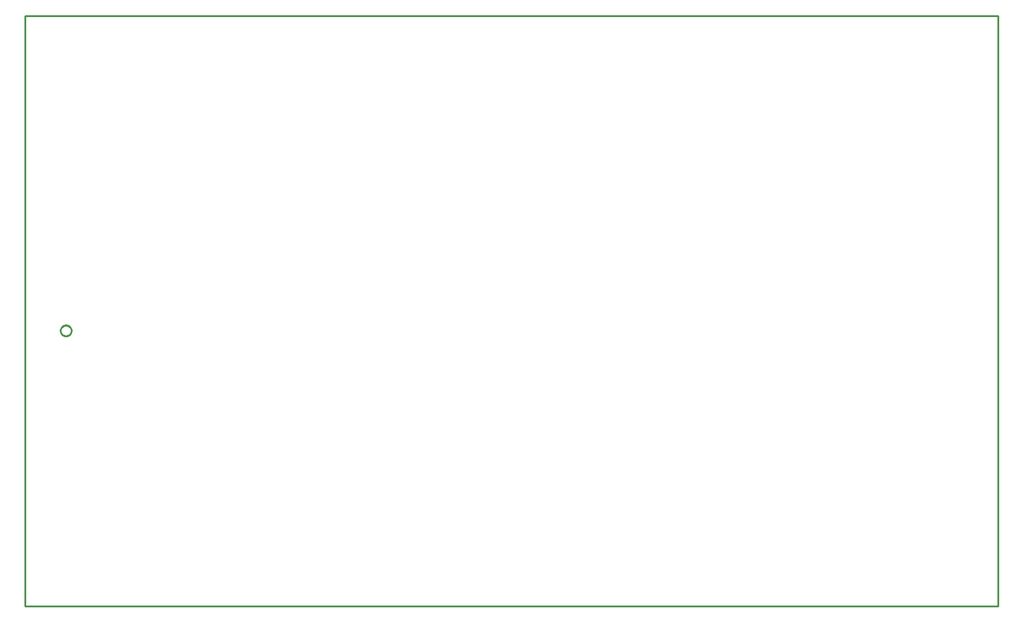
<source format=gbr>
G04 EAGLE Gerber RS-274X export*
G75*
%MOIN*%
%FSLAX34Y34*%
%LPD*%
%IN*%
%IPPOS*%
%AMOC8*
5,1,8,0,0,1.08239X$1,22.5*%
G01*
%ADD10C,0.000000*%
%ADD11C,0.010000*%


D10*
X0Y0D02*
X53150Y0D01*
X53150Y32283D01*
X0Y32283D01*
X0Y0D01*
X1922Y15069D02*
X1924Y15103D01*
X1930Y15137D01*
X1940Y15170D01*
X1953Y15201D01*
X1971Y15231D01*
X1991Y15259D01*
X2015Y15284D01*
X2041Y15306D01*
X2069Y15324D01*
X2100Y15340D01*
X2132Y15352D01*
X2166Y15360D01*
X2200Y15364D01*
X2234Y15364D01*
X2268Y15360D01*
X2302Y15352D01*
X2334Y15340D01*
X2364Y15324D01*
X2393Y15306D01*
X2419Y15284D01*
X2443Y15259D01*
X2463Y15231D01*
X2481Y15201D01*
X2494Y15170D01*
X2504Y15137D01*
X2510Y15103D01*
X2512Y15069D01*
X2510Y15035D01*
X2504Y15001D01*
X2494Y14968D01*
X2481Y14937D01*
X2463Y14907D01*
X2443Y14879D01*
X2419Y14854D01*
X2393Y14832D01*
X2365Y14814D01*
X2334Y14798D01*
X2302Y14786D01*
X2268Y14778D01*
X2234Y14774D01*
X2200Y14774D01*
X2166Y14778D01*
X2132Y14786D01*
X2100Y14798D01*
X2069Y14814D01*
X2041Y14832D01*
X2015Y14854D01*
X1991Y14879D01*
X1971Y14907D01*
X1953Y14937D01*
X1940Y14968D01*
X1930Y15001D01*
X1924Y15035D01*
X1922Y15069D01*
D11*
X0Y0D02*
X53150Y0D01*
X53150Y32283D01*
X0Y32283D01*
X0Y0D01*
X2231Y15364D02*
X2260Y15361D01*
X2288Y15356D01*
X2316Y15347D01*
X2343Y15336D01*
X2369Y15322D01*
X2393Y15306D01*
X2415Y15288D01*
X2436Y15267D01*
X2454Y15245D01*
X2470Y15221D01*
X2484Y15195D01*
X2495Y15168D01*
X2503Y15141D01*
X2509Y15112D01*
X2512Y15083D01*
X2512Y15054D01*
X2509Y15026D01*
X2503Y14997D01*
X2495Y14969D01*
X2484Y14942D01*
X2470Y14917D01*
X2454Y14893D01*
X2436Y14870D01*
X2415Y14850D01*
X2393Y14831D01*
X2369Y14815D01*
X2343Y14802D01*
X2316Y14791D01*
X2288Y14782D01*
X2260Y14776D01*
X2231Y14774D01*
X2202Y14774D01*
X2173Y14776D01*
X2145Y14782D01*
X2117Y14791D01*
X2090Y14802D01*
X2065Y14815D01*
X2040Y14831D01*
X2018Y14850D01*
X1997Y14870D01*
X1979Y14893D01*
X1963Y14917D01*
X1949Y14942D01*
X1938Y14969D01*
X1930Y14997D01*
X1924Y15026D01*
X1921Y15054D01*
X1921Y15083D01*
X1924Y15112D01*
X1930Y15141D01*
X1938Y15168D01*
X1949Y15195D01*
X1963Y15221D01*
X1979Y15245D01*
X1997Y15267D01*
X2018Y15288D01*
X2040Y15306D01*
X2065Y15322D01*
X2090Y15336D01*
X2117Y15347D01*
X2145Y15356D01*
X2173Y15361D01*
X2202Y15364D01*
X2231Y15364D01*
M02*

</source>
